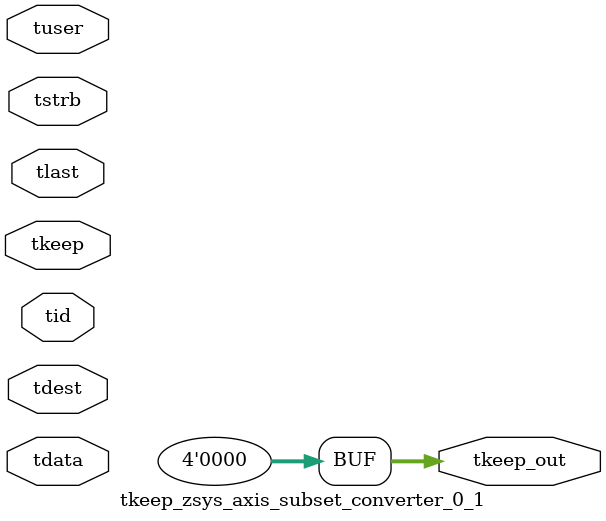
<source format=v>


`timescale 1ps/1ps

module tkeep_zsys_axis_subset_converter_0_1 #
(
parameter C_S_AXIS_TDATA_WIDTH = 32,
parameter C_S_AXIS_TUSER_WIDTH = 0,
parameter C_S_AXIS_TID_WIDTH   = 0,
parameter C_S_AXIS_TDEST_WIDTH = 0,
parameter C_M_AXIS_TDATA_WIDTH = 32
)
(
input  [(C_S_AXIS_TDATA_WIDTH == 0 ? 1 : C_S_AXIS_TDATA_WIDTH)-1:0     ] tdata,
input  [(C_S_AXIS_TUSER_WIDTH == 0 ? 1 : C_S_AXIS_TUSER_WIDTH)-1:0     ] tuser,
input  [(C_S_AXIS_TID_WIDTH   == 0 ? 1 : C_S_AXIS_TID_WIDTH)-1:0       ] tid,
input  [(C_S_AXIS_TDEST_WIDTH == 0 ? 1 : C_S_AXIS_TDEST_WIDTH)-1:0     ] tdest,
input  [(C_S_AXIS_TDATA_WIDTH/8)-1:0 ] tkeep,
input  [(C_S_AXIS_TDATA_WIDTH/8)-1:0 ] tstrb,
input                                                                    tlast,
output [(C_M_AXIS_TDATA_WIDTH/8)-1:0 ] tkeep_out
);

assign tkeep_out = {1'b0};

endmodule


</source>
